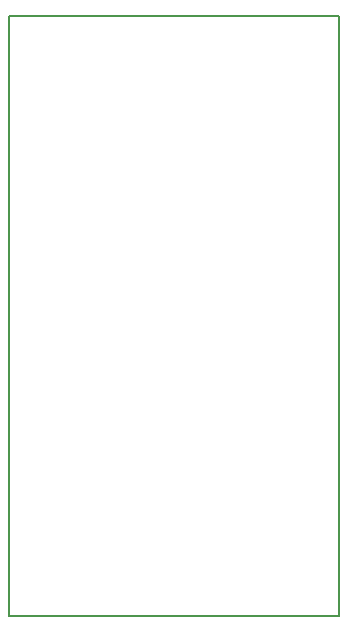
<source format=gbr>
G04 #@! TF.FileFunction,Profile,NP*
%FSLAX46Y46*%
G04 Gerber Fmt 4.6, Leading zero omitted, Abs format (unit mm)*
G04 Created by KiCad (PCBNEW (2016-02-16 BZR 6568, Git 6c5f954)-product) date Sun 21 Feb 2016 12:13:02 PM EST*
%MOMM*%
G01*
G04 APERTURE LIST*
%ADD10C,0.100000*%
%ADD11C,0.150000*%
G04 APERTURE END LIST*
D10*
D11*
X104140000Y-97790000D02*
X104140000Y-46990000D01*
X132080000Y-97790000D02*
X104140000Y-97790000D01*
X132080000Y-46990000D02*
X132080000Y-97790000D01*
X104140000Y-46990000D02*
X132080000Y-46990000D01*
M02*

</source>
